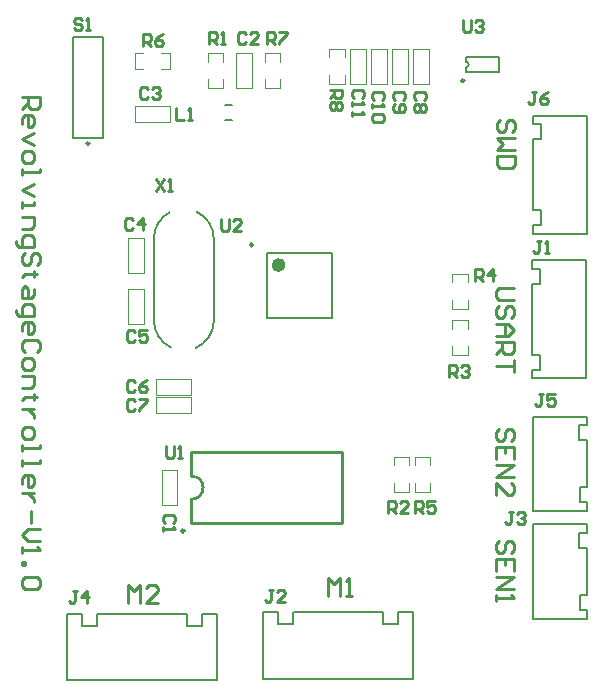
<source format=gto>
%FSLAX25Y25*%
%MOIN*%
G70*
G01*
G75*
%ADD10R,0.03937X0.07874*%
%ADD11R,0.03543X0.03740*%
%ADD12R,0.03937X0.05709*%
%ADD13R,0.03740X0.03543*%
%ADD14O,0.02000X0.04000*%
%ADD15R,0.02000X0.04000*%
%ADD16O,0.01181X0.07087*%
%ADD17O,0.07087X0.01181*%
%ADD18O,0.02400X0.08000*%
%ADD19C,0.01000*%
%ADD20C,0.05512*%
%ADD21R,0.05512X0.05512*%
%ADD22O,0.05512X0.04724*%
%ADD23R,0.05512X0.04724*%
%ADD24C,0.07284*%
%ADD25R,0.07284X0.07284*%
%ADD26C,0.19685*%
%ADD27C,0.03000*%
%ADD28C,0.00787*%
%ADD29C,0.00984*%
%ADD30C,0.02362*%
%ADD31C,0.00394*%
%ADD32C,0.00800*%
D19*
X396000Y443600D02*
G03*
X396000Y451400I0J3900D01*
G01*
Y435689D02*
X446100D01*
Y459311D01*
X396000D02*
X446100D01*
X396000Y435689D02*
Y443600D01*
Y451400D02*
Y459311D01*
X486500Y603399D02*
Y600066D01*
X487166Y599400D01*
X488499D01*
X489166Y600066D01*
Y603399D01*
X490499Y602732D02*
X491165Y603399D01*
X492498D01*
X493164Y602732D01*
Y602066D01*
X492498Y601399D01*
X491832D01*
X492498D01*
X493164Y600733D01*
Y600066D01*
X492498Y599400D01*
X491165D01*
X490499Y600066D01*
X442100Y579900D02*
X446099D01*
Y577901D01*
X445432Y577234D01*
X444099D01*
X443433Y577901D01*
Y579900D01*
Y578567D02*
X442100Y577234D01*
X445432Y575901D02*
X446099Y575235D01*
Y573902D01*
X445432Y573236D01*
X444766D01*
X444099Y573902D01*
X443433Y573236D01*
X442766D01*
X442100Y573902D01*
Y575235D01*
X442766Y575901D01*
X443433D01*
X444099Y575235D01*
X444766Y575901D01*
X445432D01*
X444099Y575235D02*
Y573902D01*
X452932Y577234D02*
X453599Y577901D01*
Y579234D01*
X452932Y579900D01*
X450266D01*
X449600Y579234D01*
Y577901D01*
X450266Y577234D01*
X449600Y575901D02*
Y574568D01*
Y575235D01*
X453599D01*
X452932Y575901D01*
X449600Y572569D02*
Y571236D01*
Y571903D01*
X453599D01*
X452932Y572569D01*
X459432Y576734D02*
X460099Y577401D01*
Y578734D01*
X459432Y579400D01*
X456766D01*
X456100Y578734D01*
Y577401D01*
X456766Y576734D01*
X456100Y575401D02*
Y574068D01*
Y574735D01*
X460099D01*
X459432Y575401D01*
Y572069D02*
X460099Y571403D01*
Y570070D01*
X459432Y569403D01*
X456766D01*
X456100Y570070D01*
Y571403D01*
X456766Y572069D01*
X459432D01*
X466432Y576734D02*
X467099Y577401D01*
Y578734D01*
X466432Y579400D01*
X463766D01*
X463100Y578734D01*
Y577401D01*
X463766Y576734D01*
Y575401D02*
X463100Y574735D01*
Y573402D01*
X463766Y572736D01*
X466432D01*
X467099Y573402D01*
Y574735D01*
X466432Y575401D01*
X465766D01*
X465099Y574735D01*
Y572736D01*
X473432Y576734D02*
X474099Y577401D01*
Y578734D01*
X473432Y579400D01*
X470766D01*
X470100Y578734D01*
Y577401D01*
X470766Y576734D01*
X473432Y575401D02*
X474099Y574735D01*
Y573402D01*
X473432Y572736D01*
X472766D01*
X472099Y573402D01*
X471433Y572736D01*
X470766D01*
X470100Y573402D01*
Y574735D01*
X470766Y575401D01*
X471433D01*
X472099Y574735D01*
X472766Y575401D01*
X473432D01*
X472099Y574735D02*
Y573402D01*
X390032Y435734D02*
X390699Y436401D01*
Y437734D01*
X390032Y438400D01*
X387366D01*
X386700Y437734D01*
Y436401D01*
X387366Y435734D01*
X386700Y434401D02*
Y433068D01*
Y433735D01*
X390699D01*
X390032Y434401D01*
X414366Y598832D02*
X413699Y599499D01*
X412366D01*
X411700Y598832D01*
Y596166D01*
X412366Y595500D01*
X413699D01*
X414366Y596166D01*
X418364Y595500D02*
X415699D01*
X418364Y598166D01*
Y598832D01*
X417698Y599499D01*
X416365D01*
X415699Y598832D01*
X381666Y580332D02*
X380999Y580999D01*
X379666D01*
X379000Y580332D01*
Y577666D01*
X379666Y577000D01*
X380999D01*
X381666Y577666D01*
X382999Y580332D02*
X383665Y580999D01*
X384998D01*
X385665Y580332D01*
Y579666D01*
X384998Y578999D01*
X384332D01*
X384998D01*
X385665Y578333D01*
Y577666D01*
X384998Y577000D01*
X383665D01*
X382999Y577666D01*
X376666Y536832D02*
X375999Y537499D01*
X374666D01*
X374000Y536832D01*
Y534166D01*
X374666Y533500D01*
X375999D01*
X376666Y534166D01*
X379998Y533500D02*
Y537499D01*
X377999Y535499D01*
X380664D01*
X377166Y499332D02*
X376499Y499999D01*
X375166D01*
X374500Y499332D01*
Y496666D01*
X375166Y496000D01*
X376499D01*
X377166Y496666D01*
X381165Y499999D02*
X378499D01*
Y497999D01*
X379832Y498666D01*
X380498D01*
X381165Y497999D01*
Y496666D01*
X380498Y496000D01*
X379165D01*
X378499Y496666D01*
X377166Y482832D02*
X376499Y483499D01*
X375166D01*
X374500Y482832D01*
Y480166D01*
X375166Y479500D01*
X376499D01*
X377166Y480166D01*
X381165Y483499D02*
X379832Y482832D01*
X378499Y481499D01*
Y480166D01*
X379165Y479500D01*
X380498D01*
X381165Y480166D01*
Y480833D01*
X380498Y481499D01*
X378499D01*
X377166Y476332D02*
X376499Y476999D01*
X375166D01*
X374500Y476332D01*
Y473666D01*
X375166Y473000D01*
X376499D01*
X377166Y473666D01*
X378499Y476999D02*
X381165D01*
Y476332D01*
X378499Y473666D01*
Y473000D01*
X512566Y529599D02*
X511233D01*
X511899D01*
Y526266D01*
X511233Y525600D01*
X510566D01*
X509900Y526266D01*
X513899Y525600D02*
X515232D01*
X514565D01*
Y529599D01*
X513899Y528932D01*
X423266Y413399D02*
X421933D01*
X422599D01*
Y410066D01*
X421933Y409400D01*
X421266D01*
X420600Y410066D01*
X427264Y409400D02*
X424599D01*
X427264Y412066D01*
Y412732D01*
X426598Y413399D01*
X425265D01*
X424599Y412732D01*
X503376Y439499D02*
X502043D01*
X502710D01*
Y436166D01*
X502043Y435500D01*
X501377D01*
X500710Y436166D01*
X504709Y438832D02*
X505375Y439499D01*
X506708D01*
X507375Y438832D01*
Y438166D01*
X506708Y437499D01*
X506042D01*
X506708D01*
X507375Y436833D01*
Y436166D01*
X506708Y435500D01*
X505375D01*
X504709Y436166D01*
X513066Y478599D02*
X511733D01*
X512399D01*
Y475266D01*
X511733Y474600D01*
X511066D01*
X510400Y475266D01*
X517065Y478599D02*
X514399D01*
Y476599D01*
X515732Y477266D01*
X516398D01*
X517065Y476599D01*
Y475266D01*
X516398Y474600D01*
X515065D01*
X514399Y475266D01*
X510766Y579299D02*
X509433D01*
X510099D01*
Y575966D01*
X509433Y575300D01*
X508766D01*
X508100Y575966D01*
X514764Y579299D02*
X513432Y578632D01*
X512099Y577299D01*
Y575966D01*
X512765Y575300D01*
X514098D01*
X514764Y575966D01*
Y576633D01*
X514098Y577299D01*
X512099D01*
X391000Y573999D02*
Y570000D01*
X393666D01*
X394999D02*
X396332D01*
X395665D01*
Y573999D01*
X394999Y573332D01*
X402000Y595500D02*
Y599499D01*
X403999D01*
X404666Y598832D01*
Y597499D01*
X403999Y596833D01*
X402000D01*
X403333D02*
X404666Y595500D01*
X405999D02*
X407332D01*
X406665D01*
Y599499D01*
X405999Y598832D01*
X461500Y439000D02*
Y442999D01*
X463499D01*
X464166Y442332D01*
Y440999D01*
X463499Y440333D01*
X461500D01*
X462833D02*
X464166Y439000D01*
X468164D02*
X465499D01*
X468164Y441666D01*
Y442332D01*
X467498Y442999D01*
X466165D01*
X465499Y442332D01*
X482000Y484500D02*
Y488499D01*
X483999D01*
X484666Y487832D01*
Y486499D01*
X483999Y485833D01*
X482000D01*
X483333D02*
X484666Y484500D01*
X485999Y487832D02*
X486665Y488499D01*
X487998D01*
X488664Y487832D01*
Y487166D01*
X487998Y486499D01*
X487332D01*
X487998D01*
X488664Y485833D01*
Y485166D01*
X487998Y484500D01*
X486665D01*
X485999Y485166D01*
X490600Y516300D02*
Y520299D01*
X492599D01*
X493266Y519632D01*
Y518299D01*
X492599Y517633D01*
X490600D01*
X491933D02*
X493266Y516300D01*
X496598D02*
Y520299D01*
X494599Y518299D01*
X497264D01*
X470500Y439000D02*
Y442999D01*
X472499D01*
X473166Y442332D01*
Y440999D01*
X472499Y440333D01*
X470500D01*
X471833D02*
X473166Y439000D01*
X477165Y442999D02*
X474499D01*
Y440999D01*
X475832Y441666D01*
X476498D01*
X477165Y440999D01*
Y439666D01*
X476498Y439000D01*
X475165D01*
X474499Y439666D01*
X380000Y594748D02*
Y598747D01*
X381999D01*
X382666Y598080D01*
Y596747D01*
X381999Y596081D01*
X380000D01*
X381333D02*
X382666Y594748D01*
X386665Y598747D02*
X385332Y598080D01*
X383999Y596747D01*
Y595414D01*
X384665Y594748D01*
X385998D01*
X386665Y595414D01*
Y596081D01*
X385998Y596747D01*
X383999D01*
X421200Y595500D02*
Y599499D01*
X423199D01*
X423866Y598832D01*
Y597499D01*
X423199Y596833D01*
X421200D01*
X422533D02*
X423866Y595500D01*
X425199Y599499D02*
X427865D01*
Y598832D01*
X425199Y596166D01*
Y595500D01*
X359466Y603432D02*
X358799Y604099D01*
X357466D01*
X356800Y603432D01*
Y602766D01*
X357466Y602099D01*
X358799D01*
X359466Y601433D01*
Y600766D01*
X358799Y600100D01*
X357466D01*
X356800Y600766D01*
X360799Y600100D02*
X362132D01*
X361465D01*
Y604099D01*
X360799Y603432D01*
X387500Y461199D02*
Y457866D01*
X388166Y457200D01*
X389499D01*
X390166Y457866D01*
Y461199D01*
X391499Y457200D02*
X392832D01*
X392165D01*
Y461199D01*
X391499Y460532D01*
X406000Y536999D02*
Y533666D01*
X406666Y533000D01*
X407999D01*
X408666Y533666D01*
Y536999D01*
X412665Y533000D02*
X409999D01*
X412665Y535666D01*
Y536332D01*
X411998Y536999D01*
X410665D01*
X409999Y536332D01*
X357766Y412899D02*
X356433D01*
X357099D01*
Y409566D01*
X356433Y408900D01*
X355766D01*
X355100Y409566D01*
X361098Y408900D02*
Y412899D01*
X359099Y410899D01*
X361765D01*
X384100Y550299D02*
X386766Y546300D01*
Y550299D02*
X384100Y546300D01*
X388099D02*
X389432D01*
X388765D01*
Y550299D01*
X388099Y549632D01*
X502998Y566001D02*
X503998Y567001D01*
Y569000D01*
X502998Y570000D01*
X501999D01*
X500999Y569000D01*
Y567001D01*
X499999Y566001D01*
X499000D01*
X498000Y567001D01*
Y569000D01*
X499000Y570000D01*
X503998Y564002D02*
X498000D01*
X499999Y562003D01*
X498000Y560003D01*
X503998D01*
Y558004D02*
X498000D01*
Y555005D01*
X499000Y554005D01*
X502998D01*
X503998Y555005D01*
Y558004D01*
X503498Y514000D02*
X498500D01*
X497500Y513000D01*
Y511001D01*
X498500Y510001D01*
X503498D01*
X502498Y504003D02*
X503498Y505003D01*
Y507002D01*
X502498Y508002D01*
X501499D01*
X500499Y507002D01*
Y505003D01*
X499499Y504003D01*
X498500D01*
X497500Y505003D01*
Y507002D01*
X498500Y508002D01*
X497500Y502004D02*
X501499D01*
X503498Y500004D01*
X501499Y498005D01*
X497500D01*
X500499D01*
Y502004D01*
X497500Y496006D02*
X503498D01*
Y493007D01*
X502498Y492007D01*
X500499D01*
X499499Y493007D01*
Y496006D01*
Y494006D02*
X497500Y492007D01*
X503498Y490008D02*
Y486009D01*
Y488008D01*
X497500D01*
X441500Y411500D02*
Y417498D01*
X443499Y415499D01*
X445499Y417498D01*
Y411500D01*
X447498D02*
X449497D01*
X448498D01*
Y417498D01*
X447498Y416498D01*
X375000Y409000D02*
Y414998D01*
X376999Y412999D01*
X378999Y414998D01*
Y409000D01*
X384997D02*
X380998D01*
X384997Y412999D01*
Y413998D01*
X383997Y414998D01*
X381998D01*
X380998Y413998D01*
X502498Y463001D02*
X503498Y464001D01*
Y466000D01*
X502498Y467000D01*
X501499D01*
X500499Y466000D01*
Y464001D01*
X499499Y463001D01*
X498500D01*
X497500Y464001D01*
Y466000D01*
X498500Y467000D01*
X503498Y457003D02*
Y461002D01*
X497500D01*
Y457003D01*
X500499Y461002D02*
Y459003D01*
X497500Y455004D02*
X503498D01*
X497500Y451005D01*
X503498D01*
X497500Y445007D02*
Y449006D01*
X501499Y445007D01*
X502498D01*
X503498Y446007D01*
Y448006D01*
X502498Y449006D01*
X502398Y425801D02*
X503398Y426801D01*
Y428800D01*
X502398Y429800D01*
X501399D01*
X500399Y428800D01*
Y426801D01*
X499399Y425801D01*
X498400D01*
X497400Y426801D01*
Y428800D01*
X498400Y429800D01*
X503398Y419803D02*
Y423802D01*
X497400D01*
Y419803D01*
X500399Y423802D02*
Y421803D01*
X497400Y417804D02*
X503398D01*
X497400Y413805D01*
X503398D01*
X497400Y411806D02*
Y409806D01*
Y410806D01*
X503398D01*
X502398Y411806D01*
X339500Y577600D02*
X345498D01*
Y574601D01*
X344498Y573601D01*
X342499D01*
X341499Y574601D01*
Y577600D01*
Y575601D02*
X339500Y573601D01*
Y568603D02*
Y570602D01*
X340500Y571602D01*
X342499D01*
X343499Y570602D01*
Y568603D01*
X342499Y567603D01*
X341499D01*
Y571602D01*
X343499Y565604D02*
X339500Y563604D01*
X343499Y561605D01*
X339500Y558606D02*
Y556607D01*
X340500Y555607D01*
X342499D01*
X343499Y556607D01*
Y558606D01*
X342499Y559606D01*
X340500D01*
X339500Y558606D01*
Y553608D02*
Y551608D01*
Y552608D01*
X345498D01*
Y553608D01*
X343499Y548609D02*
X339500Y546610D01*
X343499Y544611D01*
X339500Y542611D02*
Y540612D01*
Y541612D01*
X343499D01*
Y542611D01*
X339500Y537613D02*
X343499D01*
Y534614D01*
X342499Y533614D01*
X339500D01*
X337501Y529615D02*
Y528616D01*
X338500Y527616D01*
X343499D01*
Y530615D01*
X342499Y531615D01*
X340500D01*
X339500Y530615D01*
Y527616D01*
X344498Y521618D02*
X345498Y522618D01*
Y524617D01*
X344498Y525617D01*
X343499D01*
X342499Y524617D01*
Y522618D01*
X341499Y521618D01*
X340500D01*
X339500Y522618D01*
Y524617D01*
X340500Y525617D01*
X344498Y518619D02*
X343499D01*
Y519619D01*
Y517619D01*
Y518619D01*
X340500D01*
X339500Y517619D01*
X343499Y513621D02*
Y511621D01*
X342499Y510622D01*
X339500D01*
Y513621D01*
X340500Y514620D01*
X341499Y513621D01*
Y510622D01*
X337501Y506623D02*
Y505623D01*
X338500Y504624D01*
X343499D01*
Y507623D01*
X342499Y508622D01*
X340500D01*
X339500Y507623D01*
Y504624D01*
Y499625D02*
Y501625D01*
X340500Y502624D01*
X342499D01*
X343499Y501625D01*
Y499625D01*
X342499Y498626D01*
X341499D01*
Y502624D01*
X344498Y492627D02*
X345498Y493627D01*
Y495626D01*
X344498Y496626D01*
X340500D01*
X339500Y495626D01*
Y493627D01*
X340500Y492627D01*
X339500Y489629D02*
Y487629D01*
X340500Y486629D01*
X342499D01*
X343499Y487629D01*
Y489629D01*
X342499Y490628D01*
X340500D01*
X339500Y489629D01*
Y484630D02*
X343499D01*
Y481631D01*
X342499Y480631D01*
X339500D01*
X344498Y477632D02*
X343499D01*
Y478632D01*
Y476633D01*
Y477632D01*
X340500D01*
X339500Y476633D01*
X343499Y473634D02*
X339500D01*
X341499D01*
X342499Y472634D01*
X343499Y471634D01*
Y470635D01*
X339500Y466636D02*
Y464637D01*
X340500Y463637D01*
X342499D01*
X343499Y464637D01*
Y466636D01*
X342499Y467636D01*
X340500D01*
X339500Y466636D01*
Y461637D02*
Y459638D01*
Y460638D01*
X345498D01*
Y461637D01*
X339500Y456639D02*
Y454640D01*
Y455640D01*
X345498D01*
Y456639D01*
X339500Y448642D02*
Y450641D01*
X340500Y451641D01*
X342499D01*
X343499Y450641D01*
Y448642D01*
X342499Y447642D01*
X341499D01*
Y451641D01*
X343499Y445643D02*
X339500D01*
X341499D01*
X342499Y444643D01*
X343499Y443643D01*
Y442644D01*
X342499Y439645D02*
Y435646D01*
X345498Y433647D02*
X341499D01*
X339500Y431647D01*
X341499Y429648D01*
X345498D01*
X339500Y427648D02*
Y425649D01*
Y426649D01*
X345498D01*
X344498Y427648D01*
X339500Y422650D02*
X340500D01*
Y421651D01*
X339500D01*
Y422650D01*
X344498Y417652D02*
X345498Y416652D01*
Y414653D01*
X344498Y413653D01*
X340500D01*
X339500Y414653D01*
Y416652D01*
X340500Y417652D01*
X344498D01*
D28*
X388846Y539335D02*
G03*
X383500Y530484I4654J-8851D01*
G01*
Y503221D02*
G03*
X389292Y494149I10000J0D01*
G01*
X403500Y530386D02*
G03*
X397777Y539425I-10000J0D01*
G01*
X397386Y494006D02*
G03*
X403500Y503221I-3886J9214D01*
G01*
X487460Y587600D02*
G03*
X487460Y589470I0J935D01*
G01*
X403500Y503221D02*
Y530386D01*
X383500Y503221D02*
Y530386D01*
X407319Y570039D02*
X409681D01*
X407319Y574961D02*
X409681D01*
X487460Y586000D02*
X498680D01*
Y591070D01*
X487460D02*
X498680D01*
X430000Y402000D02*
Y406000D01*
X425000Y402000D02*
X430000D01*
X425000D02*
Y406000D01*
X420000Y383800D02*
X460000D01*
X420000D02*
Y392000D01*
Y406000D02*
X425000D01*
X420000Y392000D02*
Y406000D01*
X466500D02*
X470000D01*
Y384000D02*
Y406000D01*
X465000D02*
X470000D01*
X465000Y402000D02*
Y406000D01*
X430000Y383800D02*
X470000D01*
X460000Y402000D02*
X465000D01*
X460000D02*
Y406000D01*
X430079D02*
X460000D01*
X525487Y442637D02*
Y447661D01*
Y442637D02*
X527872D01*
X525290Y463311D02*
X527890D01*
X525290D02*
Y468311D01*
X509790Y471185D02*
X527890D01*
Y468311D02*
Y471111D01*
X509790Y439689D02*
Y471185D01*
X525290Y468311D02*
X527890D01*
X509976Y439689D02*
X527872D01*
Y442637D01*
X527890Y447661D02*
Y463211D01*
X525487Y447661D02*
X527890D01*
X364500Y401500D02*
Y405500D01*
X359500Y401500D02*
X364500D01*
X359500D02*
Y405500D01*
X354500Y383300D02*
X394500D01*
X354500D02*
Y391500D01*
Y405500D02*
X359500D01*
X354500Y391500D02*
Y405500D01*
X401000D02*
X404500D01*
Y383500D02*
Y405500D01*
X399500D02*
X404500D01*
X399500Y401500D02*
Y405500D01*
X364500Y383300D02*
X404500D01*
X394500Y401500D02*
X399500D01*
X394500D02*
Y405500D01*
X364579D02*
X394500D01*
X421130Y504004D02*
X442783D01*
X421130Y525658D02*
X442783D01*
Y504004D02*
Y525658D01*
X421130Y504004D02*
Y525658D01*
X356500Y564150D02*
X366500D01*
Y597850D01*
X356500D02*
X366500D01*
X356500Y564150D02*
Y597850D01*
X525497Y406737D02*
Y411761D01*
Y406737D02*
X527882D01*
X525300Y427411D02*
X527900D01*
X525300D02*
Y432411D01*
X509800Y435285D02*
X527900D01*
Y432411D02*
Y435211D01*
X509800Y403789D02*
Y435285D01*
X525300Y432411D02*
X527900D01*
X509987Y403789D02*
X527882D01*
Y406737D01*
X527900Y411761D02*
Y427311D01*
X525497Y411761D02*
X527900D01*
X509800Y571511D02*
X527910D01*
X512400Y563563D02*
Y568563D01*
X509800Y568563D02*
X512400Y568563D01*
X509800Y563563D02*
X512400D01*
X509800Y535015D02*
X512400D01*
X509800Y540115D02*
Y563563D01*
X527900Y532115D02*
Y571511D01*
X509800Y532215D02*
Y535015D01*
Y532141D02*
X527910D01*
X512400Y535015D02*
Y540015D01*
X509800Y540015D02*
X512400Y540015D01*
X509800Y568563D02*
Y571463D01*
X509600Y523311D02*
X527710D01*
X512200Y515363D02*
Y520363D01*
X509600Y520363D02*
X512200Y520363D01*
X509600Y515363D02*
X512200D01*
X509600Y486815D02*
X512200D01*
X509600Y491915D02*
Y515363D01*
X527700Y483915D02*
Y523311D01*
X509600Y484015D02*
Y486815D01*
Y483941D02*
X527710D01*
X512200Y486815D02*
Y491815D01*
X509600Y491815D02*
X512200Y491815D01*
X509600Y520363D02*
Y523263D01*
D29*
X486952Y583134D02*
G03*
X486952Y583134I-492J0D01*
G01*
X416504Y528413D02*
G03*
X416504Y528413I-492J0D01*
G01*
X393692Y433108D02*
G03*
X393692Y433108I-492J0D01*
G01*
X361996Y562256D02*
G03*
X361996Y562256I-492J0D01*
G01*
D30*
X426248Y521721D02*
G03*
X426248Y521721I-1181J0D01*
G01*
D31*
X447059Y582193D02*
Y585047D01*
X447059Y593807D02*
X447059Y590953D01*
X441941Y593807D02*
X441941Y590953D01*
X441941Y585047D02*
X441941Y582193D01*
X447059Y582193D01*
X441941Y593807D02*
X447059D01*
X448941Y582193D02*
Y593807D01*
X454059D01*
X454059Y582193D02*
X454059Y593807D01*
X448941Y582193D02*
X454059D01*
X475059D02*
Y593807D01*
X469941Y582193D02*
X475059D01*
X469941D02*
X469941Y593807D01*
X475059D01*
X468059Y582193D02*
Y593807D01*
X462941Y582193D02*
X468059D01*
X462941D02*
X462941Y593807D01*
X468059D01*
X455941Y582193D02*
Y593807D01*
X461059D01*
X461059Y582193D02*
X461059Y593807D01*
X455941Y582193D02*
X461059D01*
X395807Y478441D02*
Y483559D01*
X384193Y483559D02*
X395807Y483559D01*
X384193Y478441D02*
Y483559D01*
Y478441D02*
X395807D01*
X374941Y519193D02*
X380059D01*
X380059Y530807D01*
X374941D02*
X380059D01*
X374941Y519193D02*
Y530807D01*
X377193Y569441D02*
Y574559D01*
Y569441D02*
X388807Y569441D01*
Y574559D01*
X377193D02*
X388807D01*
X410941Y592307D02*
X416059D01*
X410941Y580693D02*
X410941Y592307D01*
X410941Y580693D02*
X416059D01*
Y592307D01*
X420441Y580693D02*
X425559D01*
X420441Y592307D02*
X425559Y592307D01*
X425559Y589453D01*
X425559Y583547D02*
X425559Y580693D01*
X420441Y583547D02*
X420441Y580693D01*
X420441Y589453D02*
Y592307D01*
X401441D02*
X406559D01*
X401441Y580693D02*
X406559Y580693D01*
X401441Y583547D02*
X401441Y580693D01*
X401441Y592307D02*
X401441Y589453D01*
X406559Y592307D02*
X406559Y589453D01*
Y580693D02*
Y583547D01*
X377193Y587189D02*
Y592307D01*
X388807Y587189D02*
X388807Y592307D01*
X385953Y587189D02*
X388807Y587189D01*
X377193Y587189D02*
X380047Y587189D01*
X377193Y592307D02*
X380047Y592307D01*
X385953D02*
X388807D01*
X463441Y457807D02*
X468559D01*
X463441Y446193D02*
X468559Y446193D01*
X463441Y449047D02*
X463441Y446193D01*
X463441Y457807D02*
X463441Y454953D01*
X468559Y457807D02*
X468559Y454953D01*
Y446193D02*
Y449047D01*
X470472Y457803D02*
X475590D01*
X470472Y446189D02*
X475590Y446189D01*
X470472Y449043D02*
X470472Y446189D01*
X470472Y457803D02*
X470472Y454949D01*
X475590Y457803D02*
X475590Y454949D01*
Y446189D02*
Y449043D01*
X482941Y503307D02*
X488059D01*
X482941Y491693D02*
X488059Y491693D01*
X482941Y494547D02*
X482941Y491693D01*
X482941Y503307D02*
X482941Y500453D01*
X488059Y503307D02*
X488059Y500453D01*
Y491693D02*
Y494547D01*
X482941Y518807D02*
X488059D01*
X482941Y507193D02*
X488059Y507193D01*
X482941Y510047D02*
X482941Y507193D01*
X482941Y518807D02*
X482941Y515953D01*
X488059Y518807D02*
X488059Y515953D01*
Y507193D02*
Y510047D01*
X386141Y453207D02*
X391259D01*
X386141Y441593D02*
X386141Y453207D01*
X386141Y441593D02*
X391259D01*
Y453207D01*
X374941Y513807D02*
X380059D01*
X374941Y502193D02*
X374941Y513807D01*
X374941Y502193D02*
X380059D01*
Y513807D01*
X395807Y472441D02*
Y477559D01*
X384193Y477559D02*
X395807Y477559D01*
X384193Y472441D02*
Y477559D01*
Y472441D02*
X395807D01*
D32*
X487460Y589470D02*
Y591070D01*
Y586000D02*
Y587600D01*
M02*

</source>
